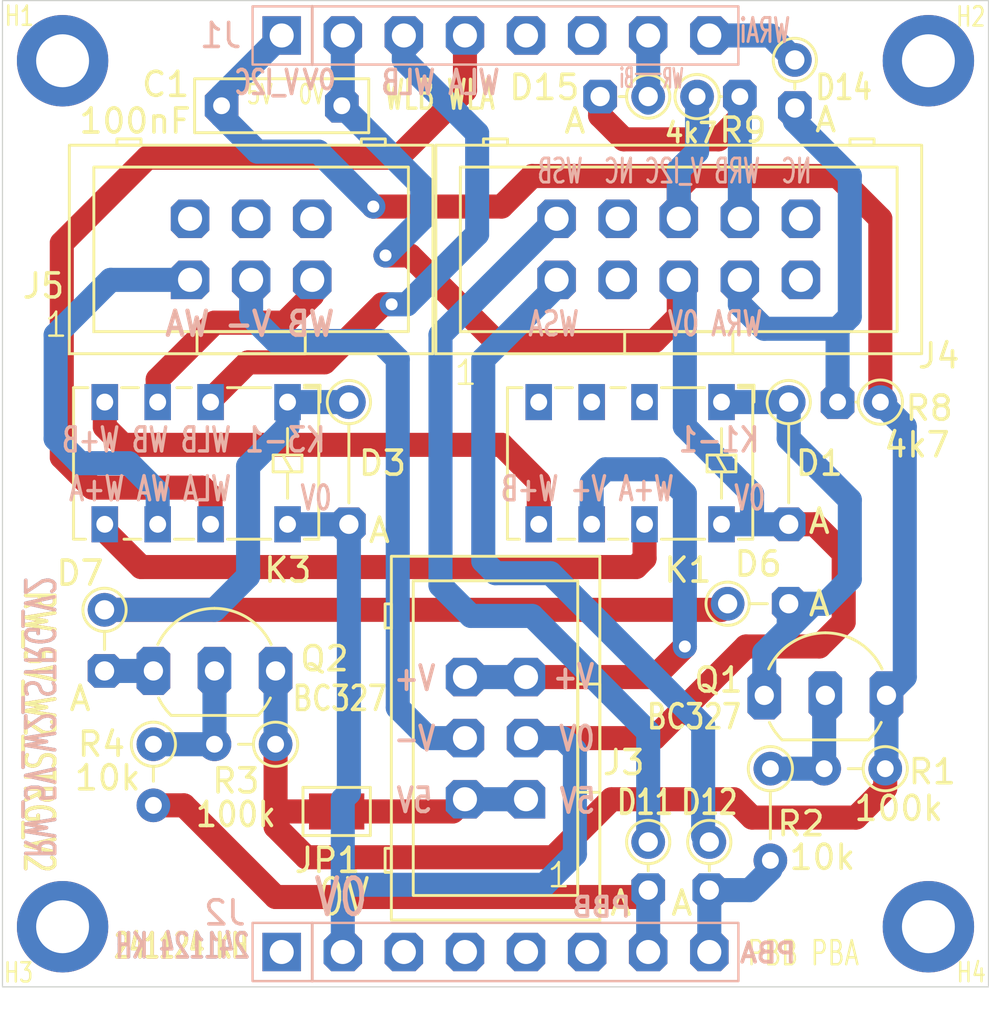
<source format=kicad_pcb>
(kicad_pcb (version 20240108) (generator "pcbnew") (generator_version "8.0")
  (layers (0 "F.Cu" signal) (31 "B.Cu" signal) (34 "B.Paste" user) (35 "F.Paste" user) (36 "B.SilkS" user "B.Silkscreen") (37 "F.SilkS" user "F.Silkscreen") (38 "B.Mask" user) (39 "F.Mask" user) (44 "Edge.Cuts" user))
  (net 0 "")
  (net 1 "/K_dir")
  (net 2 "/PBB")
  (net 3 "/WSB")
  (net 4 "/WSA")
  (net 5 "/PBA")
  (net 6 "/WRAi")
  (net 7 "/0V")
  (net 8 "/WRA")
  (net 9 "/WRBi")
  (net 10 "/WRB")
  (net 12 "/WLB")
  (net 13 "/WLA")
  (net 17 "/V_I2C")
  (net 19 "/V+")
  (net 20 "/5V")
  (net 21 "/V-")
  (net 25 "/WB")
  (net 26 "/WA")
  (net 31 "Net-(Q1-B)")
  (net 32 "Net-(Q2-B)")
  (net 33 "/W+A")
  (net 34 "/W+B")
  (net 37 "Net-(D7-A)")
  (net 38 "/K_on")
  (footprint "_kh_library:Box_02x05_P2.54mm_Vertical_kh" (layer "F.Cu") (at 54.61 35.56)
    (property "Reference" "J4" (at 15.89 3.16 0) (layer "F.SilkS"))
    (property "Value" "Box_02x05_P2.54_Vertical")
    (fp_text user "1" (at -4.318 4.445 0) (layer "F.SilkS") (effects (font (thickness 0.1)) (justify left bottom)))
    (pad "1" thru_hole roundrect (at 0 0) (size 1.6 1.6) (drill 1) (layers "*.Cu" "*.Mask") (roundrect_rratio 0) (chamfer_ratio 0.2) (chamfer top_left top_right bottom_right) (net 4 "/WSA"))
    (pad "2" thru_hole roundrect (at 0 -2.54) (size 1.6 1.6) (drill 1) (layers "*.Cu" "*.Mask") (roundrect_rratio 0) (chamfer_ratio 0.2) (chamfer top_left top_right bottom_left bottom_right) (net 3 "/WSB"))
    (pad "3" thru_hole roundrect (at 2.54 0) (size 1.6 1.6) (drill 1) (layers "*.Cu" "*.Mask") (roundrect_rratio 0) (chamfer_ratio 0.2) (chamfer top_left top_right bottom_left bottom_right))
    (pad "4" thru_hole roundrect (at 2.54 -2.54) (size 1.6 1.6) (drill 1) (layers "*.Cu" "*.Mask") (roundrect_rratio 0) (chamfer_ratio 0.2) (chamfer top_left top_right bottom_left bottom_right))
    (pad "5" thru_hole roundrect (at 5.08 0) (size 1.6 1.6) (drill 1) (layers "*.Cu" "*.Mask") (roundrect_rratio 0) (chamfer_ratio 0.2) (chamfer top_left top_right bottom_left bottom_right) (net 7 "/0V"))
    (pad "6" thru_hole roundrect (at 5.08 -2.54) (size 1.6 1.6) (drill 1) (layers "*.Cu" "*.Mask") (roundrect_rratio 0) (chamfer_ratio 0.2) (chamfer top_left top_right bottom_left bottom_right) (net 17 "/V_I2C"))
    (pad "7" thru_hole roundrect (at 7.62 0) (size 1.6 1.6) (drill 1) (layers "*.Cu" "*.Mask") (roundrect_rratio 0) (chamfer_ratio 0.2) (chamfer top_left top_right bottom_left bottom_right) (net 8 "/WRA"))
    (pad "8" thru_hole roundrect (at 7.62 -2.54) (size 1.6 1.6) (drill 1) (layers "*.Cu" "*.Mask") (roundrect_rratio 0) (chamfer_ratio 0.2) (chamfer top_left top_right bottom_left bottom_right) (net 10 "/WRB"))
    (pad "9" thru_hole roundrect (at 10.16 0) (size 1.6 1.6) (drill 1) (layers "*.Cu" "*.Mask") (roundrect_rratio 0) (chamfer_ratio 0.2) (chamfer top_left top_right bottom_left bottom_right))
    (pad "10" thru_hole roundrect (at 10.16 -2.54) (size 1.6 1.6) (drill 1) (layers "*.Cu" "*.Mask") (roundrect_rratio 0) (chamfer_ratio 0.2) (chamfer top_left top_right bottom_left bottom_right))
  )
  (footprint "_kh_library:TO-92_Inline_Wide_custom" (layer "F.Cu") (at 37.846 51.816)
    (property "Reference" "Q2" (at 7.112 -0.508 0) (layer "F.SilkS"))
    (property "Value" "BC327")
    (pad "1" thru_hole roundrect (at 0 0) (size 1.4 2) (drill 0.8) (layers "*.Cu" "*.Mask") (roundrect_rratio 0) (chamfer_ratio 0.2) (chamfer top_left top_right bottom_left bottom_right) (net 37 "Net-(D7-A)"))
    (pad "2" thru_hole roundrect (at 2.54 0) (size 1.4 2) (drill 0.8) (layers "*.Cu" "*.Mask") (roundrect_rratio 0) (chamfer_ratio 0.2) (chamfer top_left top_right bottom_left bottom_right) (net 32 "Net-(Q2-B)"))
    (pad "3" thru_hole roundrect (at 5.08 0) (size 1.4 2) (drill 0.8) (layers "*.Cu" "*.Mask") (roundrect_rratio 0) (chamfer_ratio 0.2) (chamfer top_left top_right bottom_left bottom_right) (net 17 "/V_I2C"))
  )
  (footprint "Resistor_THT:R_Axial_DIN0204_L3.6mm_D1.6mm_P2.54mm_Vertical" (layer "F.Cu") (at 68.276 55.88 180)
    (property "Reference" "R1" (at -1.955 -0.127 0) (layer "F.SilkS"))
    (property "Value" "100k")
    (pad "1" thru_hole circle (at 0 0 180) (size 1.4 1.4) (drill 0.7) (layers "*.Cu" "*.Mask") (net 17 "/V_I2C"))
    (pad "2" thru_hole oval (at 2.54 0 180) (size 1.4 1.4) (drill 0.7) (layers "*.Cu" "*.Mask") (net 31 "Net-(Q1-B)"))
  )
  (footprint "_kh_library:MountingHole_2.2mm_M2_Pad_TopBottom_kh" (layer "F.Cu") (at 34.07 62.45)
    (property "Reference" "H3" (at -1.83 1.91 0) (layer "F.SilkS") (effects (font (size 0.8 0.6) (thickness 0.1) (bold yes))))
    (property "Value" "MountingHole" (hide yes))
    (pad "1" thru_hole circle (at 0 0) (size 2.6 2.6) (drill 2.2) (layers "*.Cu" "*.Mask"))
    (pad "1" connect circle (at 0 0) (size 3.8 3.8) (layers "F.Cu" "F.Mask"))
    (pad "1" connect circle (at 0 0) (size 3.8 3.8) (layers "B.Cu" "B.Mask"))
  )
  (footprint "_kh_library:D_DO-35_P2.0mm_Vertical_AnodeUp_kh" (layer "F.Cu") (at 60.96 58.928 -90)
    (property "Reference" "D12" (at -1.651 0 180) (layer "F.SilkS") (effects (font (size 1 0.8))))
    (property "Value" "1N4148" (hide yes))
    (fp_text user "A" (at 2.54 1.143 180) (layer "F.SilkS"))
    (pad "1" thru_hole circle (at 0 0 270) (size 1.4 1.4) (drill 0.8) (layers "*.Cu" "*.Mask") (net 4 "/WSA"))
    (pad "2" thru_hole roundrect (at 2 0 270) (size 1.4 1.4) (drill 0.8) (layers "*.Cu" "*.Mask") (roundrect_rratio 0) (chamfer_ratio 0.2) (chamfer top_left top_right bottom_left bottom_right) (net 5 "/PBA"))
  )
  (footprint "_kh_library:MountingHole_2.2mm_M2_Pad_TopBottom_kh" (layer "F.Cu") (at 70.07 26.45)
    (property "Reference" "H2" (at 1.76 -1.83 0) (layer "F.SilkS") (effects (font (size 0.8 0.6) (thickness 0.1) (bold yes))))
    (property "Value" "MountingHole" (hide yes))
    (pad "1" thru_hole circle (at 0 0) (size 2.6 2.6) (drill 2.2) (layers "*.Cu" "*.Mask"))
    (pad "1" connect circle (at 0 0) (size 3.8 3.8) (layers "F.Cu" "F.Mask"))
    (pad "1" connect circle (at 0 0) (size 3.8 3.8) (layers "B.Cu" "B.Mask"))
  )
  (footprint "_kh_library:TO-92_Inline_Wide_custom" (layer "F.Cu") (at 63.246 52.832)
    (property "Reference" "Q1" (at -1.905 -0.635 0) (layer "F.SilkS"))
    (property "Value" "BC327")
    (pad "1" thru_hole roundrect (at 0 0) (size 1.4 2) (drill 0.8) (layers "*.Cu" "*.Mask") (roundrect_rratio 0) (chamfer_ratio 0.2) (chamfer top_left top_right bottom_left bottom_right) (net 1 "/K_dir"))
    (pad "2" thru_hole roundrect (at 2.54 0) (size 1.4 2) (drill 0.8) (layers "*.Cu" "*.Mask") (roundrect_rratio 0) (chamfer_ratio 0.2) (chamfer top_left top_right bottom_left bottom_right) (net 31 "Net-(Q1-B)"))
    (pad "3" thru_hole roundrect (at 5.08 0) (size 1.4 2) (drill 0.8) (layers "*.Cu" "*.Mask") (roundrect_rratio 0) (chamfer_ratio 0.2) (chamfer top_left top_right bottom_left bottom_right) (net 17 "/V_I2C"))
  )
  (footprint "_kh_library:Box_02x03_P2.54mm_Vertical_kh" (layer "F.Cu") (at 53.34 57.15 90)
    (property "Reference" "J3" (at 1.524 4.064 180) (layer "F.SilkS"))
    (property "Value" "Box_02x03_P2.54_Vertical")
    (fp_text user "1" (at -3.74 0.82 0) (layer "F.SilkS") (effects (font (thickness 0.1)) (justify left bottom)))
    (pad "1" thru_hole roundrect (at 0 0 90) (size 1.6 1.6) (drill 1) (layers "*.Cu" "*.Mask") (roundrect_rratio 0) (chamfer_ratio 0.2) (chamfer top_left top_right bottom_right) (net 20 "/5V"))
    (pad "2" thru_hole roundrect (at 0 -2.54 90) (size 1.6 1.6) (drill 1) (layers "*.Cu" "*.Mask") (roundrect_rratio 0) (chamfer_ratio 0.2) (chamfer top_left top_right bottom_left bottom_right) (net 20 "/5V"))
    (pad "3" thru_hole roundrect (at 2.54 0 90) (size 1.6 1.6) (drill 1) (layers "*.Cu" "*.Mask") (roundrect_rratio 0) (chamfer_ratio 0.2) (chamfer top_left top_right bottom_left bottom_right) (net 7 "/0V"))
    (pad "4" thru_hole roundrect (at 2.54 -2.54 90) (size 1.6 1.6) (drill 1) (layers "*.Cu" "*.Mask") (roundrect_rratio 0) (chamfer_ratio 0.2) (chamfer top_left top_right bottom_left bottom_right) (net 21 "/V-"))
    (pad "5" thru_hole roundrect (at 5.08 0 90) (size 1.6 1.6) (drill 1) (layers "*.Cu" "*.Mask") (roundrect_rratio 0) (chamfer_ratio 0.2) (chamfer top_left top_right bottom_left bottom_right) (net 19 "/V+"))
    (pad "6" thru_hole roundrect (at 5.08 -2.54 90) (size 1.6 1.6) (drill 1) (layers "*.Cu" "*.Mask") (roundrect_rratio 0) (chamfer_ratio 0.2) (chamfer top_left top_right bottom_left bottom_right) (net 19 "/V+"))
  )
  (footprint "_kh_library:D_DO-35_SOD27_P5.08mm_Vertical_AnodeUp_kh" (layer "F.Cu") (at 45.974 40.64 -90)
    (property "Reference" "D3" (at 2.54 -1.397 180) (layer "F.SilkS"))
    (property "Value" "1N4148" (hide yes))
    (fp_text user "A" (at 5.334 -1.27 180) (layer "F.SilkS"))
    (pad "1" thru_hole circle (at 0 0 270) (size 1.4 1.4) (drill 0.8) (layers "*.Cu" "*.Mask") (net 38 "/K_on"))
    (pad "2" thru_hole roundrect (at 5.08 0 270) (size 1.4 1.4) (drill 0.8) (layers "*.Cu" "*.Mask") (roundrect_rratio 0) (chamfer_ratio 0.2) (chamfer top_left top_right bottom_left bottom_right) (net 7 "/0V"))
  )
  (footprint "Resistor_THT:R_Axial_DIN0204_L3.6mm_D1.6mm_P2.54mm_Vertical" (layer "F.Cu") (at 42.926 54.864 180)
    (property "Reference" "R3" (at 1.651 -1.524 0) (layer "F.SilkS"))
    (property "Value" "100k")
    (pad "1" thru_hole circle (at 0 0 180) (size 1.4 1.4) (drill 0.7) (layers "*.Cu" "*.Mask") (net 17 "/V_I2C"))
    (pad "2" thru_hole oval (at 2.54 0 180) (size 1.4 1.4) (drill 0.7) (layers "*.Cu" "*.Mask") (net 32 "Net-(Q2-B)"))
  )
  (footprint "_kh_library:Box_02x03_P2.54mm_Vertical_kh" (layer "F.Cu") (at 39.37 35.56)
    (property "Reference" "J5" (at -6.096 0.254 0) (layer "F.SilkS"))
    (property "Value" "Box_02x03_P2.54_Vertical")
    (fp_text user "1" (at -6.11 2.446 0) (layer "F.SilkS") (effects (font (thickness 0.1)) (justify left bottom)))
    (pad "1" thru_hole roundrect (at 0 0) (size 1.6 1.6) (drill 1) (layers "*.Cu" "*.Mask") (roundrect_rratio 0) (chamfer_ratio 0.2) (chamfer top_left top_right bottom_right) (net 26 "/WA"))
    (pad "2" thru_hole roundrect (at 0 -2.54) (size 1.6 1.6) (drill 1) (layers "*.Cu" "*.Mask") (roundrect_rratio 0) (chamfer_ratio 0.2) (chamfer top_left top_right bottom_left bottom_right))
    (pad "3" thru_hole roundrect (at 2.54 0) (size 1.6 1.6) (drill 1) (layers "*.Cu" "*.Mask") (roundrect_rratio 0) (chamfer_ratio 0.2) (chamfer top_left top_right bottom_left bottom_right) (net 21 "/V-"))
    (pad "4" thru_hole roundrect (at 2.54 -2.54) (size 1.6 1.6) (drill 1) (layers "*.Cu" "*.Mask") (roundrect_rratio 0) (chamfer_ratio 0.2) (chamfer top_left top_right bottom_left bottom_right))
    (pad "5" thru_hole roundrect (at 5.08 0) (size 1.6 1.6) (drill 1) (layers "*.Cu" "*.Mask") (roundrect_rratio 0) (chamfer_ratio 0.2) (chamfer top_left top_right bottom_left bottom_right) (net 25 "/WB"))
    (pad "6" thru_hole roundrect (at 5.08 -2.54) (size 1.6 1.6) (drill 1) (layers "*.Cu" "*.Mask") (roundrect_rratio 0) (chamfer_ratio 0.2) (chamfer top_left top_right bottom_left bottom_right))
  )
  (footprint "_kh_library:MountingHole_2.2mm_M2_Pad_TopBottom_kh" (layer "F.Cu") (at 70.07 62.45)
    (property "Reference" "H4" (at 1.78 1.9 0) (layer "F.SilkS") (effects (font (size 0.8 0.6) (thickness 0.1) (bold yes))))
    (property "Value" "MountingHole" (hide yes))
    (pad "1" thru_hole circle (at 0 0) (size 2.6 2.6) (drill 2.2) (layers "*.Cu" "*.Mask"))
    (pad "1" connect circle (at 0 0) (size 3.8 3.8) (layers "F.Cu" "F.Mask"))
    (pad "1" connect circle (at 0 0) (size 3.8 3.8) (layers "B.Cu" "B.Mask"))
  )
  (footprint "_kh_library:C_Rect_L7.0mm_W2.0mm_P5.00mm_kh" (layer "F.Cu") (at 45.68 28.321 180)
    (property "Reference" "C1" (at 7.326 0.889 0) (layer "F.SilkS"))
    (property "Value" "100nF")
    (pad "1" thru_hole roundrect (at 0 0 180) (size 1.4 1.4) (drill 0.7) (layers "*.Cu" "*.Mask") (roundrect_rratio 0) (chamfer_ratio 0.2) (chamfer top_left top_right bottom_left bottom_right) (net 7 "/0V"))
    (pad "2" thru_hole roundrect (at 5 0 180) (size 1.4 1.4) (drill 0.7) (layers "*.Cu" "*.Mask") (roundrect_rratio 0) (chamfer_ratio 0.2) (chamfer top_left top_right bottom_left bottom_right) (net 17 "/V_I2C"))
  )
  (footprint "_kh_library:D_DO-35_P2.0mm_Vertical_AnodeUp_kh" (layer "F.Cu") (at 58.42 58.928 -90)
    (property "Reference" "D11" (at -1.651 0.127 180) (layer "F.SilkS") (effects (font (size 1 0.8))))
    (property "Value" "1N4148" (hide yes))
    (fp_text user "A" (at 2.54 1.143 180) (layer "F.SilkS"))
    (pad "1" thru_hole circle (at 0 0 270) (size 1.4 1.4) (drill 0.8) (layers "*.Cu" "*.Mask") (net 3 "/WSB"))
    (pad "2" thru_hole roundrect (at 2 0 270) (size 1.4 1.4) (drill 0.8) (layers "*.Cu" "*.Mask") (roundrect_rratio 0) (chamfer_ratio 0.2) (chamfer top_left top_right bottom_left bottom_right) (net 2 "/PBB"))
  )
  (footprint "_kh_library:D_DO-35_P2.0mm_Vertical_AnodeUp_kh" (layer "F.Cu") (at 64.516 26.416 -90)
    (property "Reference" "D14" (at 1.143 -2.032 180) (layer "F.SilkS") (effects (font (size 1 0.8))))
    (property "Value" "1N4148" (hide yes))
    (fp_text user "A" (at 2.484 -1.284 180) (layer "F.SilkS"))
    (pad "1" thru_hole circle (at 0 0 270) (size 1.4 1.4) (drill 0.8) (layers "*.Cu" "*.Mask") (net 6 "/WRAi"))
    (pad "2" thru_hole roundrect (at 2 0 270) (size 1.4 1.4) (drill 0.8) (layers "*.Cu" "*.Mask") (roundrect_rratio 0) (chamfer_ratio 0.2) (chamfer top_left top_right bottom_left bottom_right) (net 8 "/WRA"))
  )
  (footprint "_kh_library:D_DO-35_P2.0mm_Vertical_AnodeUp_kh" (layer "F.Cu") (at 58.42 27.94 180)
    (property "Reference" "D15" (at 4.318 0.381 0) (layer "F.SilkS"))
    (property "Value" "1N4148" (hide yes))
    (fp_text user "A" (at 3.048 -1.016 0) (layer "F.SilkS"))
    (pad "1" thru_hole circle (at 0 0 180) (size 1.4 1.4) (drill 0.8) (layers "*.Cu" "*.Mask") (net 9 "/WRBi"))
    (pad "2" thru_hole roundrect (at 2 0 180) (size 1.4 1.4) (drill 0.8) (layers "*.Cu" "*.Mask") (roundrect_rratio 0) (chamfer_ratio 0.2) (chamfer top_left top_right bottom_left bottom_right) (net 10 "/WRB"))
  )
  (footprint "_kh_library:MountingHole_2.2mm_M2_Pad_TopBottom_kh" (layer "F.Cu") (at 34.07 26.45)
    (property "Reference" "H1" (at -1.8 -1.86 0) (layer "F.SilkS") (effects (font (size 0.8 0.6) (thickness 0.1) (bold yes))))
    (property "Value" "MountingHole" (hide yes))
    (pad "1" thru_hole circle (at 0 0) (size 2.6 2.6) (drill 2.2) (layers "*.Cu" "*.Mask"))
    (pad "1" connect circle (at 0 0) (size 3.8 3.8) (layers "F.Cu" "F.Mask"))
    (pad "1" connect circle (at 0 0) (size 3.8 3.8) (layers "B.Cu" "B.Mask"))
  )
  (footprint "_kh_library:Relay_DPDT_AXICOM_IMSeries_Pitch5.08mm_rect_Pins" (layer "F.Cu") (at 61.468 40.64 -90)
    (property "Reference" "K1" (at 6.985 1.397 180) (layer "F.SilkS"))
    (property "Value" "IM03TS")
    (pad "1" thru_hole rect (at 0 0 270) (size 1.5 1.1) (drill 0.7) (layers "*.Cu" "*.Mask") (net 1 "/K_dir"))
    (pad "2" thru_hole rect (at 0 3.2 270) (size 1.5 1.1) (drill 0.7) (layers "*.Cu" "*.Mask"))
    (pad "3" thru_hole rect (at 0 5.4 270) (size 1.5 1.1) (drill 0.7) (layers "*.Cu" "*.Mask"))
    (pad "4" thru_hole rect (at 0 7.6 270) (size 1.5 1.1) (drill 0.7) (layers "*.Cu" "*.Mask"))
    (pad "5" thru_hole rect (at 5.08 7.6 270) (size 1.5 1.1) (drill 0.7) (layers "*.Cu" "*.Mask") (net 34 "/W+B"))
    (pad "6" thru_hole rect (at 5.08 5.4 270) (size 1.5 1.1) (drill 0.7) (layers "*.Cu" "*.Mask") (net 19 "/V+"))
    (pad "7" thru_hole rect (at 5.08 3.2 270) (size 1.5 1.1) (drill 0.7) (layers "*.Cu" "*.Mask") (net 33 "/W+A"))
    (pad "8" thru_hole rect (at 5.08 0 270) (size 1.5 1.1) (drill 0.7) (layers "*.Cu" "*.Mask") (net 7 "/0V"))
  )
  (footprint "_kh_library:D_DO-35_SOD27_P5.08mm_Vertical_AnodeUp_kh" (layer "F.Cu") (at 64.262 40.64 -90)
    (property "Reference" "D1" (at 2.54 -1.27 0) (layer "F.SilkS"))
    (property "Value" "1N4148" (hide yes))
    (fp_text user "A" (at 4.953 -1.27 0) (layer "F.SilkS"))
    (pad "1" thru_hole circle (at 0 0 270) (size 1.4 1.4) (drill 0.8) (layers "*.Cu" "*.Mask") (net 1 "/K_dir"))
    (pad "2" thru_hole roundrect (at 5.08 0 270) (size 1.4 1.4) (drill 0.8) (layers "*.Cu" "*.Mask") (roundrect_rratio 0) (chamfer_ratio 0.2) (chamfer top_left top_right bottom_left bottom_right) (net 7 "/0V"))
  )
  (footprint "_kh_library:R_Axial_P1.778mm_Vertical_kh" (layer "F.Cu") (at 60.452 27.94)
    (property "Reference" "R9" (at 1.905 1.397 0) (layer "F.SilkS"))
    (property "Value" "4k7")
    (pad "1" thru_hole circle (at 0 0) (size 1.4 1.4) (drill 0.7) (layers "*.Cu" "*.Mask") (net 17 "/V_I2C"))
    (pad "2" thru_hole roundrect (at 1.778 0) (size 1.4 1.4) (drill 0.7) (layers "*.Cu" "*.Mask") (roundrect_rratio 0) (chamfer_ratio 0.2) (chamfer top_left top_right bottom_left bottom_right) (net 10 "/WRB"))
  )
  (footprint "Jumper:SolderJumper-2_P1.3mm_Bridged_Pad1.0x1.5mm" (layer "F.Cu") (at 45.466 57.658 180)
    (property "Reference" "JP1" (at 0.381 -2.032 0) (layer "F.SilkS"))
    (property "Value" "Jumper_2_Bridged" (hide yes))
    (fp_poly (pts (xy -0.25 -0.3) (xy 0.25 -0.3) (xy 0.25 0.3) (xy -0.25 0.3)) (fill solid) (layer "F.Cu"))
    (pad "1" smd rect (at -0.65 0 180) (size 1 1.5) (layers "F.Cu" "F.Mask") (net 20 "/5V"))
    (pad "2" smd rect (at 0.65 0 180) (size 1 1.5) (layers "F.Cu" "F.Mask") (net 17 "/V_I2C"))
  )
  (footprint "_kh_library:D_DO-35_SOD27_P2.54mm_Vertical_AnodeUp_kh" (layer "F.Cu") (at 61.722 49.022)
    (property "Reference" "D6" (at 1.27 -1.651 0) (layer "F.SilkS"))
    (property "Value" "1N4148" (hide yes))
    (fp_text user "A" (at 3.81 0 0) (layer "F.SilkS"))
    (pad "1" thru_hole circle (at 0 0) (size 1.4 1.4) (drill 0.8) (layers "*.Cu" "*.Mask") (net 38 "/K_on"))
    (pad "2" thru_hole roundrect (at 2.54 0) (size 1.4 1.4) (drill 0.8) (layers "*.Cu" "*.Mask") (roundrect_rratio 0) (chamfer_ratio 0.2) (chamfer top_left top_right bottom_left bottom_right) (net 1 "/K_dir"))
  )
  (footprint "_kh_library:D_DO-35_SOD27_P2.54mm_Vertical_AnodeUp_kh" (layer "F.Cu") (at 35.814 49.276 -90)
    (property "Reference" "D7" (at -1.524 1.016 180) (layer "F.SilkS"))
    (property "Value" "1N4148" (hide yes))
    (fp_text user "A" (at 3.683 1.016 180) (layer "F.SilkS"))
    (pad "1" thru_hole circle (at 0 0 270) (size 1.4 1.4) (drill 0.8) (layers "*.Cu" "*.Mask") (net 38 "/K_on"))
    (pad "2" thru_hole roundrect (at 2.54 0 270) (size 1.4 1.4) (drill 0.8) (layers "*.Cu" "*.Mask") (roundrect_rratio 0) (chamfer_ratio 0.2) (chamfer top_left top_right bottom_left bottom_right) (net 37 "Net-(D7-A)"))
  )
  (footprint "_kh_library:R_Axial_P1.778mm_Vertical_kh" (layer "F.Cu") (at 68.072 40.64 180)
    (property "Reference" "R8" (at -2.032 -0.254 0) (layer "F.SilkS"))
    (property "Value" "4k7")
    (pad "1" thru_hole circle (at 0 0 180) (size 1.4 1.4) (drill 0.7) (layers "*.Cu" "*.Mask") (net 17 "/V_I2C"))
    (pad "2" thru_hole roundrect (at 1.778 0 180) (size 1.4 1.4) (drill 0.7) (layers "*.Cu" "*.Mask") (roundrect_rratio 0) (chamfer_ratio 0.2) (chamfer top_left top_right bottom_left bottom_right) (net 8 "/WRA"))
  )
  (footprint "_kh_library:Relay_DPDT_AXICOM_IMSeries_Pitch5.08mm_rect_Pins" (layer "F.Cu") (at 43.424 40.64 -90)
    (property "Reference" "K3" (at 6.985 -0.01 180) (layer "F.SilkS"))
    (property "Value" "IM03TS")
    (pad "1" thru_hole rect (at 0 0 270) (size 1.5 1.1) (drill 0.7) (layers "*.Cu" "*.Mask") (net 38 "/K_on"))
    (pad "2" thru_hole rect (at 0 3.2 270) (size 1.5 1.1) (drill 0.7) (layers "*.Cu" "*.Mask") (net 12 "/WLB"))
    (pad "3" thru_hole rect (at 0 5.4 270) (size 1.5 1.1) (drill 0.7) (layers "*.Cu" "*.Mask") (net 25 "/WB"))
    (pad "4" thru_hole rect (at 0 7.6 270) (size 1.5 1.1) (drill 0.7) (layers "*.Cu" "*.Mask") (net 34 "/W+B"))
    (pad "5" thru_hole rect (at 5.08 7.6 270) (size 1.5 1.1) (drill 0.7) (layers "*.Cu" "*.Mask") (net 33 "/W+A"))
    (pad "6" thru_hole rect (at 5.08 5.4 270) (size 1.5 1.1) (drill 0.7) (layers "*.Cu" "*.Mask") (net 26 "/WA"))
    (pad "7" thru_hole rect (at 5.08 3.2 270) (size 1.5 1.1) (drill 0.7) (layers "*.Cu" "*.Mask") (net 13 "/WLA"))
    (pad "8" thru_hole rect (at 5.08 0 270) (size 1.5 1.1) (drill 0.7) (layers "*.Cu" "*.Mask") (net 7 "/0V"))
  )
  (footprint "_kh_library:R_Axial_DIN0204_L3.6mm_D1.6mm_P3.81mm_Vertical_kh" (layer "F.Cu") (at 63.5 55.88 -90)
    (property "Reference" "R2" (at 2.286 -1.27 0) (layer "F.SilkS"))
    (property "Value" "10k")
    (pad "1" thru_hole circle (at 0 0 270) (size 1.4 1.4) (drill 0.7) (layers "*.Cu" "*.Mask") (net 31 "Net-(Q1-B)"))
    (pad "2" thru_hole oval (at 3.81 0 270) (size 1.4 1.4) (drill 0.7) (layers "*.Cu" "*.Mask") (net 5 "/PBA"))
  )
  (footprint "Resistor_THT:R_Axial_DIN0204_L3.6mm_D1.6mm_P2.54mm_Vertical" (layer "F.Cu") (at 37.846 54.864 -90)
    (property "Reference" "R4" (at 0 2.159 180) (layer "F.SilkS"))
    (property "Value" "10k")
    (pad "1" thru_hole circle (at 0 0 270) (size 1.4 1.4) (drill 0.7) (layers "*.Cu" "*.Mask") (net 32 "Net-(Q2-B)"))
    (pad "2" thru_hole oval (at 2.54 0 270) (size 1.4 1.4) (drill 0.7) (layers "*.Cu" "*.Mask") (net 2 "/PBB"))
  )
  (footprint "_kh_library:PinHeader_1x08_P2.54mm_Vertical_kh" (layer "B.Cu") (at 43.18 25.4 -90)
    (property "Reference" "J1" (at 0 2.54 180) (layer "B.SilkS") (effects (justify mirror)))
    (property "Value" "Conn_01x08_Pin")
    (pad "1" thru_hole rect (at 0 0 270) (size 1.6 1.6) (drill 1) (layers "*.Cu" "*.Mask") (net 17 "/V_I2C"))
    (pad "2" thru_hole roundrect (at 0 -2.54 270) (size 1.6 1.6) (drill 1) (layers "*.Cu" "*.Mask") (roundrect_rratio 0) (chamfer_ratio 0.2) (chamfer top_left top_right bottom_left bottom_right) (net 7 "/0V"))
    (pad "3" thru_hole roundrect (at 0 -5.08 270) (size 1.6 1.6) (drill 1) (layers "*.Cu" "*.Mask") (roundrect_rratio 0) (chamfer_ratio 0.2) (chamfer top_left top_right bottom_left bottom_right) (net 12 "/WLB"))
    (pad "4" thru_hole roundrect (at 0 -7.62 270) (size 1.6 1.6) (drill 1) (layers "*.Cu" "*.Mask") (roundrect_rratio 0) (chamfer_ratio 0.2) (chamfer top_left top_right bottom_left bottom_right) (net 13 "/WLA"))
    (pad "5" thru_hole roundrect (at 0 -10.16 270) (size 1.6 1.6) (drill 1) (layers "*.Cu" "*.Mask") (roundrect_rratio 0) (chamfer_ratio 0.2) (chamfer top_left top_right bottom_left bottom_right))
    (pad "6" thru_hole roundrect (at 0 -12.7 270) (size 1.6 1.6) (drill 1) (layers "*.Cu" "*.Mask") (roundrect_rratio 0) (chamfer_ratio 0.2) (chamfer top_left top_right bottom_left bottom_right))
    (pad "7" thru_hole roundrect (at 0 -15.24 270) (size 1.6 1.6) (drill 1) (layers "*.Cu" "*.Mask") (roundrect_rratio 0) (chamfer_ratio 0.2) (chamfer top_left top_right bottom_left bottom_right) (net 9 "/WRBi"))
    (pad "8" thru_hole roundrect (at 0 -17.78 270) (size 1.6 1.6) (drill 1) (layers "*.Cu" "*.Mask") (roundrect_rratio 0) (chamfer_ratio 0.2) (chamfer top_left top_right bottom_left bottom_right) (net 6 "/WRAi"))
  )
  (footprint "_kh_library:PinHeader_1x08_P2.54mm_Vertical_kh" (layer "B.Cu") (at 43.18 63.5 -90)
    (property "Reference" "J2" (at -1.6256 2.3622 180) (layer "B.SilkS") (effects (justify mirror)))
    (property "Value" "Conn_01x08_Pin")
    (pad "1" thru_hole rect (at 0 0 270) (size 1.6 1.6) (drill 1) (layers "*.Cu" "*.Mask"))
    (pad "2" thru_hole roundrect (at 0 -2.54 270) (size 1.6 1.6) (drill 1) (layers "*.Cu" "*.Mask") (roundrect_rratio 0) (chamfer_ratio 0.2) (chamfer top_left top_right bottom_left bottom_right) (net 7 "/0V"))
    (pad "3" thru_hole roundrect (at 0 -5.08 270) (size 1.6 1.6) (drill 1) (layers "*.Cu" "*.Mask") (roundrect_rratio 0) (chamfer_ratio 0.2) (chamfer top_left top_right bottom_left bottom_right))
    (pad "4" thru_hole roundrect (at 0 -7.62 270) (size 1.6 1.6) (drill 1) (layers "*.Cu" "*.Mask") (roundrect_rratio 0) (chamfer_ratio 0.2) (chamfer top_left top_right bottom_left bottom_right))
    (pad "5" thru_hole roundrect (at 0 -10.16 270) (size 1.6 1.6) (drill 1) (layers "*.Cu" "*.Mask") (roundrect_rratio 0) (chamfer_ratio 0.2) (chamfer top_left top_right bottom_left bottom_right))
    (pad "6" thru_hole roundrect (at 0 -12.7 270) (size 1.6 1.6) (drill 1) (layers "*.Cu" "*.Mask") (roundrect_rratio 0) (chamfer_ratio 0.2) (chamfer top_left top_right bottom_left bottom_right))
    (pad "7" thru_hole roundrect (at 0 -15.24 270) (size 1.6 1.6) (drill 1) (layers "*.Cu" "*.Mask") (roundrect_rratio 0) (chamfer_ratio 0.2) (chamfer top_left top_right bottom_left bottom_right) (net 2 "/PBB"))
    (pad "8" thru_hole roundrect (at 0 -17.78 270) (size 1.6 1.6) (drill 1) (layers "*.Cu" "*.Mask") (roundrect_rratio 0) (chamfer_ratio 0.2) (chamfer top_left top_right bottom_left bottom_right) (net 5 "/PBA"))
  )
  (gr_line (start 58.928 27.0002) (end 57.912 27.0002) (stroke (width 0.1)) (layer "B.SilkS"))
  (gr_rect (start 31.57 23.95) (end 72.57 64.95) (stroke (width 0.05)) (fill none) (layer "Edge.Cuts"))
  (gr_text "241124 KH" (at 36.14 63.83 0) (layer "F.Cu") (effects (font (size 1 0.65)) (justify left bottom)))
  (gr_text "RW_5V_W2_STRG_V2" (at 32.385 48.387 270) (layer "F.Cu") (effects (font (size 1.2 0.8)) (justify left bottom)))
  (gr_text "241124 KH" (at 41.92 63.83 0) (layer "B.Cu") (effects (font (size 1 0.65)) (justify left bottom mirror)))
  (gr_text "RW_5V_W2_STRG_V2" (at 32.385 59.69 270) (layer "B.Cu") (effects (font (size 1.2 0.8)) (justify left bottom mirror)))
  (gr_text "Bi" (at 57.8866 27.6352 0) (layer "B.SilkS") (effects (font (size 0.8 0.4) (thickness 0.1) (bold yes)) (justify left bottom mirror)))
  (gr_text "WLB WB W+B" (at 41.148 42.799 0) (layer "B.SilkS") (effects (font (size 1 0.7) (thickness 0.14) (bold yes)) (justify left bottom mirror)))
  (gr_text "PBA" (at 64.643 64.008 0) (layer "B.SilkS") (effects (font (size 0.8 0.8) (thickness 0.16) (bold yes)) (justify left bottom mirror)))
  (gr_text "K3-1" (at 45.085 42.799 0) (layer "B.SilkS") (effects (font (size 1 0.8) (thickness 0.15) (bold yes)) (justify left bottom mirror)))
  (gr_text "5V" (at 49.53 57.7808 0) (layer "B.SilkS") (effects (font (size 1 0.8) (thickness 0.16) (bold yes)) (justify left bottom mirror)))
  (gr_text "V-" (at 49.657 55.2154 0) (layer "B.SilkS") (effects (font (size 1 0.8) (thickness 0.16) (bold yes)) (justify left bottom mirror)))
  (gr_text "241124 KH" (at 41.92 63.83 0) (layer "B.SilkS") (effects (font (size 1 0.65)) (justify left bottom mirror)))
  (gr_text "PBB" (at 57.785 62.103 0) (layer "B.SilkS") (effects (font (size 0.8 0.8) (thickness 0.16) (bold yes)) (justify left bottom mirror)))
  (gr_text "V+" (at 56.261 52.65 0) (layer "B.SilkS") (effects (font (size 1 0.8) (thickness 0.16) (bold yes)) (justify left bottom mirror)))
  (gr_text "RW_5V_W2_STRG_V2" (at 32.385 59.69 270) (layer "B.SilkS") (effects (font (size 1.2 0.8)) (justify left bottom mirror)))
  (gr_text "0V" (at 46.863 62.103 0) (layer "B.SilkS") (effects (font (size 1.5 1.2) (thickness 0.2) (bold yes)) (justify left bottom mirror)))
  (gr_text "NC  WRB V_I2C NC  WSB" (at 65.278 31.623 0) (layer "B.SilkS") (effects (font (size 1 0.6) (thickness 0.12) (bold yes)) (justify left bottom mirror)))
  (gr_text "5V" (at 56.3118 57.8062 0) (layer "B.SilkS") (effects (font (size 1 0.8) (thickness 0.16) (bold yes)) (justify left bottom mirror)))
  (gr_text "WR" (at 59.944 27.6606 0) (layer "B.SilkS") (effects (font (size 0.8 0.4) (thickness 0.1) (bold yes)) (justify left bottom mirror)))
  (gr_text "0V" (at 45.5168 27.7114 0) (layer "B.SilkS") (effects (font (size 0.8 0.75) (thickness 0.15) (bold yes)) (justify left bottom mirror)))
  (gr_text "V_I2C" (at 43.9674 27.94 0) (layer "B.SilkS") (effects (font (size 1 0.65) (thickness 0.15) (bold yes)) (justify left bottom mirror)))
  (gr_text "WRA 0V       WSA" (at 63.246 37.973 0) (layer "B.SilkS") (effects (font (size 1 0.7) (thickness 0.14) (bold yes)) (justify left bottom mirror)))
  (gr_text "WLA WA W+A" (at 41.148 44.831 0) (layer "B.SilkS") (effects (font (size 1 0.7) (thickness 0.14) (bold yes)) (justify left bottom mirror)))
  (gr_text "0V" (at 45.339 45.212 0) (layer "B.SilkS") (effects (font (size 1 0.7) (thickness 0.14) (bold yes)) (justify left bottom mirror)))
  (gr_text "V+" (at 49.657 52.705 0) (layer "B.SilkS") (effects (font (size 1 0.8) (thickness 0.16) (bold yes)) (justify left bottom mirror)))
  (gr_text "WLA WLB" (at 52.324 27.94 0) (layer "B.SilkS") (effects (font (size 1 0.75) (thickness 0.15) (bold yes)) (justify left bottom mirror)))
  (gr_text "K1-1" (at 63.119 42.799 0) (layer "B.SilkS") (effects (font (size 1 0.8) (thickness 0.15) (bold yes)) (justify left bottom mirror)))
  (gr_text "WRAi" (at 64.389 25.781 0) (layer "B.SilkS") (effects (font (size 1 0.6) (thickness 0.12) (bold yes)) (justify left bottom mirror)))
  (gr_text "WB V- WA" (at 45.466 37.973 0) (layer "B.SilkS") (effects (font (size 1 0.9) (thickness 0.18) (bold yes)) (justify left bottom mirror)))
  (gr_text "0V" (at 63.373 45.212 0) (layer "B.SilkS") (effects (font (size 1 0.7) (thickness 0.14) (bold yes)) (justify left bottom mirror)))
  (gr_text "W+A V+ W+B" (at 59.563 44.831 0) (layer "B.SilkS") (effects (font (size 1 0.7) (thickness 0.14) (bold yes)) (justify left bottom mirror)))
  (gr_text "0V" (at 56.2864 55.2196 0) (layer "B.SilkS") (effects (font (size 1 0.8) (thickness 0.16) (bold yes)) (justify left bottom mirror)))
  (gr_text "4k7" (at 69.596 42.418 0) (layer "F.SilkS") (effects (font (size 1 1))))
  (gr_text "0V" (at 43.815 28.321 0) (layer "F.SilkS") (effects (font (size 0.8 0.6) (thickness 0.1)) (justify left bottom)))
  (gr_text "241124 KH" (at 36.14 63.83 0) (layer "F.SilkS") (effects (font (size 1 0.65)) (justify left bottom)))
  (gr_text "5V" (at 41.656 28.321 0) (layer "F.SilkS") (effects (font (size 0.8 0.6) (thickness 0.1)) (justify left bottom)))
  (gr_text "BC327" (at 45.593 52.959 0) (layer "F.SilkS") (effects (font (size 1 0.8))))
  (gr_text "10k" (at 35.941 56.261 0) (layer "F.SilkS") (effects (font (size 1 1))))
  (gr_text "100nF" (at 37.084 28.956 0) (layer "F.SilkS") (effects (font (size 1 1))))
  (gr_text "PBB PBA" (at 62.484 64.135 0) (layer "F.SilkS") (effects (font (size 1 0.7) (thickness 0.1)) (justify left bottom)))
  (gr_text "WLB WLA" (at 47.371 28.575 0) (layer "F.SilkS") (effects (font (size 1.2 0.7) (thickness 0.14) (bold yes)) (justify left bottom)))
  (gr_text "BC327" (at 60.325 53.721 0) (layer "F.SilkS") (effects (font (size 1 0.8))))
  (gr_text "4k7" (at 60.198 29.45 0) (layer "F.SilkS") (effects (font (size 0.8 0.8))))
  (gr_text "0V" (at 44.577 62.103 0) (layer "F.SilkS") (effects (font (size 1.5 1.2) (thickness 0.14) (bold yes)) (justify left bottom)))
  (gr_text "100k" (at 41.275 57.785 0) (layer "F.SilkS") (effects (font (size 1 0.9))))
  (gr_text "RW_5V_W2_STRG_V2" (at 32.385 48.387 270) (layer "F.SilkS") (effects (font (size 1.2 0.8)) (justify left bottom)))
  (gr_text "10k" (at 65.659 59.563 0) (layer "F.SilkS") (effects (font (size 1 1))))
  (gr_text "100k" (at 68.834 57.531 0) (layer "F.SilkS") (effects (font (size 1 1))))
  (segment (start 64.262 49.022) (end 64.262 50.038) (width 1) (layer "B.Cu") (net 1))
  (segment (start 65.786 49.022) (end 65.278 49.022) (width 1) (layer "B.Cu") (net 1))
  (segment (start 64.262 50.038) (end 63.246 51.054) (width 1) (layer "B.Cu") (net 1))
  (segment (start 64.262 42.164) (end 66.802 44.704) (width 1) (layer "B.Cu") (net 1))
  (segment (start 66.802 44.704) (end 66.802 48.006) (width 1) (layer "B.Cu") (net 1))
  (segment (start 65.786 49.022) (end 64.262 49.022) (width 1) (layer "B.Cu") (net 1))
  (segment (start 63.246 51.054) (end 63.246 52.832) (width 1) (layer "B.Cu") (net 1))
  (segment (start 65.278 49.022) (end 64.262 50.038) (width 1) (layer "B.Cu") (net 1))
  (segment (start 64.262 40.64) (end 64.262 42.164) (width 1) (layer "B.Cu") (net 1))
  (segment (start 66.802 48.006) (end 65.786 49.022) (width 1) (layer "B.Cu") (net 1))
  (segment (start 64.262 40.64) (end 61.468 40.64) (width 1) (layer "B.Cu") (net 1))
  (segment (start 37.846 57.404) (end 39.116 57.404) (width 1) (layer "F.Cu") (net 2))
  (segment (start 58.134 61.214) (end 58.42 60.928) (width 1) (layer "F.Cu") (net 2))
  (segment (start 42.926 61.214) (end 58.134 61.214) (width 1) (layer "F.Cu") (net 2))
  (segment (start 39.116 57.404) (end 42.926 61.214) (width 1) (layer "F.Cu") (net 2))
  (segment (start 58.42 60.928) (end 58.42 63.5) (width 1) (layer "B.Cu") (net 2))
  (segment (start 53.594 49.53) (end 58.42 54.356) (width 1) (layer "B.Cu") (net 3))
  (segment (start 49.784 48.26) (end 51.054 49.53) (width 1) (layer "B.Cu") (net 3))
  (segment (start 58.42 54.356) (end 58.42 58.928) (width 1) (layer "B.Cu") (net 3))
  (segment (start 49.784 37.846) (end 49.784 48.26) (width 1) (layer "B.Cu") (net 3))
  (segment (start 54.61 33.02) (end 49.784 37.846) (width 1) (layer "B.Cu") (net 3))
  (segment (start 51.054 49.53) (end 53.594 49.53) (width 1) (layer "B.Cu") (net 3))
  (segment (start 52.07 47.752) (end 54.356 47.752) (width 1) (layer "B.Cu") (net 4))
  (segment (start 54.356 47.752) (end 60.706 54.102) (width 1) (layer "B.Cu") (net 4))
  (segment (start 51.562 38.862) (end 51.562 47.244) (width 1) (layer "B.Cu") (net 4))
  (segment (start 51.562 47.244) (end 52.07 47.752) (width 1) (layer "B.Cu") (net 4))
  (segment (start 60.706 58.674) (end 60.96 58.928) (width 1) (layer "B.Cu") (net 4))
  (segment (start 60.706 54.102) (end 60.706 58.674) (width 1) (layer "B.Cu") (net 4))
  (segment (start 54.61 35.814) (end 51.562 38.862) (width 1) (layer "B.Cu") (net 4))
  (segment (start 60.96 60.928) (end 62.643 60.928) (width 1) (layer "B.Cu") (net 5))
  (segment (start 60.96 60.928) (end 60.96 63.5) (width 1) (layer "B.Cu") (net 5))
  (segment (start 63.5 60.071) (end 63.5 59.69) (width 1) (layer "B.Cu") (net 5))
  (segment (start 62.643 60.928) (end 63.5 60.071) (width 1) (layer "B.Cu") (net 5))
  (segment (start 64.516 26.416) (end 63.5 25.4) (width 1) (layer "B.Cu") (net 6))
  (segment (start 63.5 25.4) (end 60.96 25.4) (width 1) (layer "B.Cu") (net 6))
  (segment (start 64.262 45.72) (end 65.3415 45.72) (width 1) (layer "F.Cu") (net 7))
  (segment (start 62.484 50.8) (end 58.674 54.61) (width 1) (layer "F.Cu") (net 7))
  (segment (start 58.674 38.1) (end 59.69 37.084) (width 1) (layer "F.Cu") (net 7))
  (segment (start 52.07 38.1) (end 58.674 38.1) (width 1) (layer "F.Cu") (net 7))
  (segment (start 66.548 49.784) (end 65.532 50.8) (width 1) (layer "F.Cu") (net 7))
  (segment (start 65.3415 45.72) (end 66.548 46.9265) (width 1) (layer "F.Cu") (net 7))
  (segment (start 48.514 34.544) (end 52.07 38.1) (width 1) (layer "F.Cu") (net 7))
  (segment (start 59.69 37.084) (end 59.69 35.56) (width 1) (layer "F.Cu") (net 7))
  (segment (start 66.548 46.9265) (end 66.548 49.784) (width 1) (layer "F.Cu") (net 7))
  (segment (start 65.532 50.8) (end 62.484 50.8) (width 1) (layer "F.Cu") (net 7))
  (segment (start 47.498 34.544) (end 48.514 34.544) (width 1) (layer "F.Cu") (net 7))
  (segment (start 58.674 54.61) (end 53.34 54.61) (width 1) (layer "F.Cu") (net 7))
  (via (at 47.498 34.544) (size 1) (drill 0.5) (layers "F.Cu" "B.Cu") (net 7))
  (segment (start 53.34 54.61) (end 54.864 54.61) (width 1) (layer "B.Cu") (net 7))
  (segment (start 45.974 56.896) (end 45.72 57.15) (width 1) (layer "B.Cu") (net 7))
  (segment (start 59.944 35.814) (end 59.944 41.656) (width 1) (layer "B.Cu") (net 7))
  (segment (start 55.372 59.436) (end 54.102 60.706) (width 1) (layer "B.Cu") (net 7))
  (segment (start 59.944 41.656) (end 62.738 44.45) (width 1) (layer "B.Cu") (net 7))
  (segment (start 54.864 54.61) (end 55.372 55.118) (width 1) (layer "B.Cu") (net 7))
  (segment (start 45.72 25.4) (end 45.72 28.281) (width 1) (layer "B.Cu") (net 7))
  (segment (start 62.738 45.72) (end 64.262 45.72) (width 1) (layer "B.Cu") (net 7))
  (segment (start 62.738 44.45) (end 62.738 45.72) (width 1) (layer "B.Cu") (net 7))
  (segment (start 61.468 45.72) (end 62.738 45.72) (width 1) (layer "B.Cu") (net 7))
  (segment (start 45.72 57.15) (end 45.72 60.706) (width 1) (layer "B.Cu") (net 7))
  (segment (start 45.72 60.706) (end 45.72 63.5) (width 1) (layer "B.Cu") (net 7))
  (segment (start 45.68 28.321) (end 49.022 31.663) (width 1) (layer "B.Cu") (net 7))
  (segment (start 49.022 31.663) (end 49.022 33.02) (width 1) (layer "B.Cu") (net 7))
  (segment (start 55.372 55.118) (end 55.372 59.436) (width 1) (layer "B.Cu") (net 7))
  (segment (start 45.974 45.72) (end 43.424 45.72) (width 1) (layer "B.Cu") (net 7))
  (segment (start 45.974 45.72) (end 45.974 56.896) (width 1) (layer "B.Cu") (net 7))
  (segment (start 54.102 60.706) (end 45.72 60.706) (width 1) (layer "B.Cu") (net 7))
  (segment (start 49.022 33.02) (end 47.498 34.544) (width 1) (layer "B.Cu") (net 7))
  (segment (start 62.23 35.56) (end 62.23 36.576) (width 1) (layer "B.Cu") (net 8))
  (segment (start 66.294 40.64) (end 66.294 37.592) (width 1) (layer "B.Cu") (net 8))
  (segment (start 66.802 31.242) (end 64.516 28.956) (width 1) (layer "B.Cu") (net 8))
  (segment (start 62.23 36.576) (end 63.246 37.592) (width 1) (layer "B.Cu") (net 8))
  (segment (start 63.246 37.592) (end 66.294 37.592) (width 1) (layer "B.Cu") (net 8))
  (segment (start 64.516 28.956) (end 64.516 28.416) (width 1) (layer "B.Cu") (net 8))
  (segment (start 66.294 37.592) (end 66.802 37.084) (width 1) (layer "B.Cu") (net 8))
  (segment (start 66.802 37.084) (end 66.802 31.242) (width 1) (layer "B.Cu") (net 8))
  (segment (start 58.42 28.194) (end 58.42 25.4) (width 1) (layer "B.Cu") (net 9))
  (segment (start 56.42 28.734) (end 56.42 27.94) (width 1) (layer "F.Cu") (net 10))
  (segment (start 61.341 29.718) (end 57.404 29.718) (width 1) (layer "F.Cu") (net 10))
  (segment (start 62.23 27.94) (end 62.23 28.829) (width 1) (layer "F.Cu") (net 10))
  (segment (start 62.23 28.829) (end 61.341 29.718) (width 1) (layer "F.Cu") (net 10))
  (segment (start 57.404 29.718) (end 56.42 28.734) (width 1) (layer "F.Cu") (net 10))
  (segment (start 62.23 28.194) (end 62.23 33.02) (width 1) (layer "B.Cu") (net 10))
  (segment (start 44.958 38.989) (end 47.371 36.576) (width 1) (layer "F.Cu") (net 12))
  (segment (start 47.371 36.576) (end 47.752 36.576) (width 1) (layer "F.Cu") (net 12))
  (segment (start 40.224 40.548) (end 41.783 38.989) (width 1) (layer "F.Cu") (net 12))
  (segment (start 41.783 38.989) (end 44.958 38.989) (width 1) (layer "F.Cu") (net 12))
  (via (at 47.752 36.576) (size 1) (drill 0.5) (layers "F.Cu" "B.Cu") (net 12))
  (segment (start 48.387 36.576) (end 51.308 33.655) (width 1) (layer "B.Cu") (net 12))
  (segment (start 51.308 33.655) (end 51.308 29.464) (width 1) (layer "B.Cu") (net 12))
  (segment (start 48.26 26.416) (end 48.26 25.4) (width 1) (layer "B.Cu") (net 12))
  (segment (start 51.308 29.464) (end 48.26 26.416) (width 1) (layer "B.Cu") (net 12))
  (segment (start 47.752 36.576) (end 48.387 36.576) (width 1) (layer "B.Cu") (net 12))
  (segment (start 39.878 44.196) (end 35.306 44.196) (width 1) (layer "F.Cu") (net 13))
  (segment (start 50.8 27.686) (end 50.8 25.4) (width 1) (layer "F.Cu") (net 13))
  (segment (start 34.036 34.036) (end 37.592 30.48) (width 1) (layer "F.Cu") (net 13))
  (segment (start 40.224 45.72) (end 40.224 44.542) (width 1) (layer "F.Cu") (net 13))
  (segment (start 40.224 44.542) (end 39.878 44.196) (width 1) (layer "F.Cu") (net 13))
  (segment (start 37.592 30.48) (end 48.006 30.48) (width 1) (layer "F.Cu") (net 13))
  (segment (start 34.036 42.926) (end 34.036 34.036) (width 1) (layer "F.Cu") (net 13))
  (segment (start 35.306 44.196) (end 34.036 42.926) (width 1) (layer "F.Cu") (net 13))
  (segment (start 48.006 30.48) (end 50.8 27.686) (width 1) (layer "F.Cu") (net 13))
  (segment (start 44.816 57.658) (end 42.926 57.658) (width 1) (layer "F.Cu") (net 17))
  (segment (start 42.926 58.293) (end 44.196 59.563) (width 1) (layer "F.Cu") (net 17))
  (segment (start 59.69 33.02) (end 59.69 31.75) (width 1) (layer "F.Cu") (net 17))
  (segment (start 68.276 56.692) (end 68.276 55.88) (width 1) (layer "F.Cu") (net 17))
  (segment (start 42.926 54.864) (end 42.926 57.658) (width 1) (layer "F.Cu") (net 17))
  (segment (start 61.976 57.15) (end 62.738 57.912) (width 1) (layer "F.Cu") (net 17))
  (segment (start 60.198 31.242) (end 66.294 31.242) (width 1) (layer "F.Cu") (net 17))
  (segment (start 68.072 33.02) (end 68.072 40.64) (width 1) (layer "F.Cu") (net 17))
  (segment (start 54.483 59.563) (end 56.896 57.15) (width 1) (layer "F.Cu") (net 17))
  (segment (start 53.594 31.242) (end 60.198 31.242) (width 1) (layer "F.Cu") (net 17))
  (segment (start 62.738 57.912) (end 67.056 57.912) (width 1) (layer "F.Cu") (net 17))
  (segment (start 59.69 31.75) (end 60.198 31.242) (width 1) (layer "F.Cu") (net 17))
  (segment (start 46.99 32.512) (end 52.324 32.512) (width 1) (layer "F.Cu") (net 17))
  (segment (start 56.896 57.15) (end 61.976 57.15) (width 1) (layer "F.Cu") (net 17))
  (segment (start 44.196 59.563) (end 54.483 59.563) (width 1) (layer "F.Cu") (net 17))
  (segment (start 66.294 31.242) (end 68.072 33.02) (width 1) (layer "F.Cu") (net 17))
  (segment (start 52.324 32.512) (end 53.594 31.242) (width 1) (layer "F.Cu") (net 17))
  (segment (start 67.056 57.912) (end 68.276 56.692) (width 1) (layer "F.Cu") (net 17))
  (segment (start 42.926 57.658) (end 42.926 58.293) (width 1) (layer "F.Cu") (net 17))
  (via (at 46.99 32.512) (size 1) (drill 0.5) (layers "F.Cu" "B.Cu") (net 17))
  (segment (start 40.68 27.9) (end 40.68 28.321) (width 1) (layer "B.Cu") (net 17))
  (segment (start 68.072 40.64) (end 69.088 41.656) (width 1) (layer "B.Cu") (net 17))
  (segment (start 46.99 32.512) (end 44.704 30.226) (width 1) (layer "B.Cu") (net 17))
  (segment (start 69.088 41.656) (end 69.088 52.07) (width 1) (layer "B.Cu") (net 17))
  (segment (start 60.452 28.194) (end 60.452 30.226) (width 1) (layer "B.Cu") (net 17))
  (segment (start 69.088 52.07) (end 68.326 52.832) (width 1) (layer "B.Cu") (net 17))
  (segment (start 44.704 30.226) (end 42.164 30.226) (width 1) (layer "B.Cu") (net 17))
  (segment (start 60.452 30.226) (end 59.69 30.988) (width 1) (layer "B.Cu") (net 17))
  (segment (start 42.926 54.864) (end 42.926 51.816) (width 1) (layer "B.Cu") (net 17))
  (segment (start 59.69 30.988) (end 59.69 33.02) (width 1) (layer "B.Cu") (net 17))
  (segment (start 68.326 52.832) (end 68.326 55.83) (width 1) (layer "B.Cu") (net 17))
  (segment (start 42.164 30.226) (end 40.68 28.742) (width 1) (layer "B.Cu") (net 17))
  (segment (start 40.68 28.742) (end 40.68 28.321) (width 1) (layer "B.Cu") (net 17))
  (segment (start 43.18 25.4) (end 40.68 27.9) (width 1) (layer "B.Cu") (net 17))
  (segment (start 59.944 50.8) (end 58.674 52.07) (width 1) (layer "F.Cu") (net 19))
  (segment (start 58.674 52.07) (end 53.34 52.07) (width 1) (layer "F.Cu") (net 19))
  (via (at 59.944 50.8) (size 1) (drill 0.5) (layers "F.Cu" "B.Cu") (net 19))
  (segment (start 56.642 43.434) (end 58.928 43.434) (width 1) (layer "B.Cu") (net 19))
  (segment (start 56.068 45.72) (end 56.068 44.008) (width 1) (layer "B.Cu") (net 19))
  (segment (start 59.944 44.45) (end 59.944 50.8) (width 1) (layer "B.Cu") (net 19))
  (segment (start 56.068 44.008) (end 56.642 43.434) (width 1) (layer "B.Cu") (net 19))
  (segment (start 58.928 43.434) (end 59.944 44.45) (width 1) (layer "B.Cu") (net 19))
  (segment (start 53.34 52.07) (end 50.8 52.07) (width 1) (layer "B.Cu") (net 19))
  (segment (start 46.116 57.658) (end 50.292 57.658) (width 1) (layer "F.Cu") (net 20))
  (segment (start 50.292 57.658) (end 50.8 57.15) (width 1) (layer "F.Cu") (net 20))
  (segment (start 53.34 57.15) (end 50.8 57.15) (width 1) (layer "B.Cu") (net 20))
  (segment (start 41.91 37.084) (end 41.91 35.56) (width 1) (layer "B.Cu") (net 21))
  (segment (start 42.926 38.1) (end 41.91 37.084) (width 1) (layer "B.Cu") (net 21))
  (segment (start 50.8 54.61) (end 49.276 54.61) (width 1) (layer "B.Cu") (net 21))
  (segment (start 48.006 53.34) (end 48.006 38.862) (width 1) (layer "B.Cu") (net 21))
  (segment (start 49.276 54.61) (end 48.006 53.34) (width 1) (layer "B.Cu") (net 21))
  (segment (start 48.006 38.862) (end 47.244 38.1) (width 1) (layer "B.Cu") (net 21))
  (segment (start 47.244 38.1) (end 42.926 38.1) (width 1) (layer "B.Cu") (net 21))
  (segment (start 38.024 40.64) (end 38.024 39.7) (width 1) (layer "F.Cu") (net 25))
  (segment (start 43.307 37.338) (end 44.45 36.195) (width 1) (layer "F.Cu") (net 25))
  (segment (start 44.45 36.195) (end 44.45 35.56) (width 1) (layer "F.Cu") (net 25))
  (segment (start 40.386 37.338) (end 43.307 37.338) (width 1) (layer "F.Cu") (net 25))
  (segment (start 38.024 39.7) (end 40.386 37.338) (width 1) (layer "F.Cu") (net 25))
  (segment (start 33.782 37.846) (end 33.782 42.164) (width 1) (layer "B.Cu") (net 26))
  (segment (start 34.798 43.18) (end 36.83 43.18) (width 1) (layer "B.Cu") (net 26))
  (segment (start 38.024 44.374) (end 38.024 45.72) (width 1) (layer "B.Cu") (net 26))
  (segment (start 36.068 35.56) (end 33.782 37.846) (width 1) (layer "B.Cu") (net 26))
  (segment (start 36.83 43.18) (end 38.024 44.374) (width 1) (layer "B.Cu") (net 26))
  (segment (start 33.782 42.164) (end 34.798 43.18) (width 1) (layer "B.Cu") (net 26))
  (segment (start 39.37 35.56) (end 36.068 35.56) (width 1) (layer "B.Cu") (net 26))
  (segment (start 63.5 55.88) (end 65.736 55.88) (width 1) (layer "B.Cu") (net 31))
  (segment (start 65.736 55.88) (end 65.736 52.882) (width 1) (layer "B.Cu") (net 31))
  (segment (start 40.386 54.864) (end 37.846 54.864) (width 1) (layer "B.Cu") (net 32))
  (segment (start 40.386 54.864) (end 40.386 51.816) (width 1) (layer "B.Cu") (net 32))
  (segment (start 37.338 47.498) (end 57.912 47.498) (width 1) (layer "F.Cu") (net 33))
  (segment (start 58.268 47.142) (end 58.268 45.72) (width 1) (layer "F.Cu") (net 33))
  (segment (start 57.912 47.498) (end 58.268 47.142) (width 1) (layer "F.Cu") (net 33))
  (segment (start 35.824 45.72) (end 35.824 45.984) (width 1) (layer "F.Cu") (net 33))
  (segment (start 35.824 45.984) (end 37.338 47.498) (width 1) (layer "F.Cu") (net 33))
  (segment (start 35.824 41.666) (end 35.824 40.64) (width 1) (layer "F.Cu") (net 34))
  (segment (start 36.576 42.418) (end 35.824 41.666) (width 1) (layer "F.Cu") (net 34))
  (segment (start 52.324 42.418) (end 36.576 42.418) (width 1) (layer "F.Cu") (net 34))
  (segment (start 53.868 43.962) (end 52.324 42.418) (width 1) (layer "F.Cu") (net 34))
  (segment (start 53.868 45.72) (end 53.868 43.962) (width 1) (layer "F.Cu") (net 34))
  (segment (start 37.846 51.816) (end 35.814 51.816) (width 1) (layer "B.Cu") (net 37))
  (segment (start 35.814 49.276) (end 61.468 49.276) (width 1) (layer "F.Cu") (net 38))
  (segment (start 61.468 49.276) (end 61.722 49.022) (width 1) (layer "F.Cu") (net 38))
  (segment (start 43.424 41.666) (end 43.424 40.64) (width 1) (layer "B.Cu") (net 38))
  (segment (start 40.386 49.276) (end 41.783 47.879) (width 1) (layer "B.Cu") (net 38))
  (segment (start 41.783 43.307) (end 43.424 41.666) (width 1) (layer "B.Cu") (net 38))
  (segment (start 35.814 49.276) (end 40.386 49.276) (width 1) (layer "B.Cu") (net 38))
  (segment (start 45.974 40.64) (end 43.424 40.64) (width 1) (layer "B.Cu") (net 38))
  (segment (start 41.783 47.879) (end 41.783 43.307) (width 1) (layer "B.Cu") (net 38))
)
</source>
